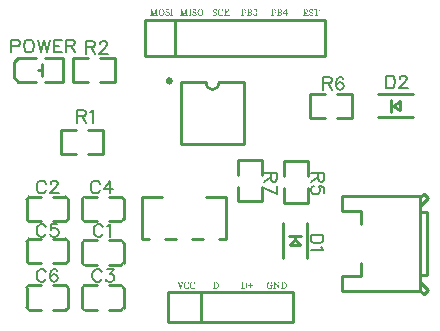
<source format=gto>
G04 Layer: TopSilkLayer*
G04 EasyEDA v6.3.53, 2020-06-11T19:48:03+08:00*
G04 f0918c685c5a4818851a522c051890eb,45e1048b23574a55a66a4e5d38cdb7dd,10*
G04 Gerber Generator version 0.2*
G04 Scale: 100 percent, Rotated: No, Reflected: No *
G04 Dimensions in inches *
G04 leading zeros omitted , absolute positions ,2 integer and 4 decimal *
%FSLAX24Y24*%
%MOIN*%
G90*
G70D02*

%ADD10C,0.010000*%
%ADD29C,0.006000*%

%LPD*%
G54D10*
G01X1374Y8399D02*
G01X1984Y8399D01*
G01X1984Y9199D01*
G01X1374Y9199D01*
G01X1064Y8389D02*
G01X484Y8389D01*
G01X324Y8549D01*
G01X324Y9049D01*
G01X474Y9199D01*
G01X1074Y9199D01*
G01X1278Y8996D02*
G01X1278Y8603D01*
G01X1239Y8800D02*
G01X1133Y8800D01*
G01X9632Y1400D02*
G01X9632Y400D01*
G01X5467Y1400D02*
G01X9632Y1400D01*
G01X6559Y1400D02*
G01X6559Y400D01*
G01X5467Y400D02*
G01X9632Y400D01*
G01X5467Y1400D02*
G01X5467Y400D01*
G01X2403Y6801D02*
G01X1911Y6801D01*
G01X2403Y5998D02*
G01X1911Y5998D01*
G01X2796Y6801D02*
G01X3288Y6801D01*
G01X2796Y5998D02*
G01X3288Y5998D01*
G01X1911Y6801D02*
G01X1911Y5998D01*
G01X3288Y6801D02*
G01X3288Y5998D01*
G01X10126Y5246D02*
G01X10126Y5738D01*
G01X9323Y5246D02*
G01X9323Y5738D01*
G01X10126Y4853D02*
G01X10126Y4361D01*
G01X9323Y4853D02*
G01X9323Y4361D01*
G01X10126Y5738D02*
G01X9323Y5738D01*
G01X10126Y4361D02*
G01X9323Y4361D01*
G01X10703Y8001D02*
G01X10211Y8001D01*
G01X10703Y7198D02*
G01X10211Y7198D01*
G01X11096Y8001D02*
G01X11588Y8001D01*
G01X11096Y7198D02*
G01X11588Y7198D01*
G01X10211Y8001D02*
G01X10211Y7198D01*
G01X11588Y8001D02*
G01X11588Y7198D01*
G01X6162Y8389D02*
G01X5906Y8389D01*
G01X6721Y8389D02*
G01X6162Y8389D01*
G01X7737Y8389D02*
G01X7186Y8389D01*
G01X7989Y8389D02*
G01X7989Y6314D01*
G01X5906Y6314D01*
G01X5906Y8389D01*
G01X7737Y8389D02*
G01X7989Y8389D01*
G01X9700Y3169D02*
G01X9860Y2940D01*
G01X9860Y2940D02*
G01X9539Y2940D01*
G01X9539Y2940D02*
G01X9700Y3169D01*
G01X10093Y3690D02*
G01X10093Y2509D01*
G01X9306Y2509D02*
G01X9306Y3690D01*
G01X9900Y3259D02*
G01X9500Y3259D01*
G01X12980Y7600D02*
G01X13210Y7759D01*
G01X13210Y7759D02*
G01X13210Y7440D01*
G01X13210Y7440D02*
G01X12980Y7600D01*
G01X12459Y7993D02*
G01X13640Y7993D01*
G01X13640Y7206D02*
G01X12459Y7206D01*
G01X12889Y7800D02*
G01X12889Y7400D01*
G01X3988Y3014D02*
G01X3988Y2385D01*
G01X2611Y3014D02*
G01X2611Y2385D01*
G01X3496Y2290D02*
G01X3910Y2290D01*
G01X3496Y3109D02*
G01X3910Y3109D01*
G01X3103Y2290D02*
G01X2689Y2290D01*
G01X3103Y3109D02*
G01X2689Y3109D01*
G01X2611Y3022D02*
G01X2611Y3014D01*
G01X2611Y3030D02*
G01X2611Y3014D01*
G01X2611Y2369D02*
G01X2611Y2385D01*
G01X3988Y3030D02*
G01X3988Y3014D01*
G01X3988Y2369D02*
G01X3988Y2385D01*
G01X2138Y4464D02*
G01X2138Y3835D01*
G01X761Y4464D02*
G01X761Y3835D01*
G01X1646Y3740D02*
G01X2060Y3740D01*
G01X1646Y4559D02*
G01X2060Y4559D01*
G01X1253Y3740D02*
G01X839Y3740D01*
G01X1253Y4559D02*
G01X839Y4559D01*
G01X761Y4472D02*
G01X761Y4464D01*
G01X761Y4480D02*
G01X761Y4464D01*
G01X761Y3819D02*
G01X761Y3835D01*
G01X2138Y4480D02*
G01X2138Y4464D01*
G01X2138Y3819D02*
G01X2138Y3835D01*
G01X3988Y1514D02*
G01X3988Y885D01*
G01X2611Y1514D02*
G01X2611Y885D01*
G01X3496Y790D02*
G01X3910Y790D01*
G01X3496Y1609D02*
G01X3910Y1609D01*
G01X3103Y790D02*
G01X2689Y790D01*
G01X3103Y1609D02*
G01X2689Y1609D01*
G01X2611Y1522D02*
G01X2611Y1514D01*
G01X2611Y1530D02*
G01X2611Y1514D01*
G01X2611Y869D02*
G01X2611Y885D01*
G01X3988Y1530D02*
G01X3988Y1514D01*
G01X3988Y869D02*
G01X3988Y885D01*
G01X3988Y4464D02*
G01X3988Y3835D01*
G01X2611Y4464D02*
G01X2611Y3835D01*
G01X3496Y3740D02*
G01X3910Y3740D01*
G01X3496Y4559D02*
G01X3910Y4559D01*
G01X3103Y3740D02*
G01X2689Y3740D01*
G01X3103Y4559D02*
G01X2689Y4559D01*
G01X2611Y4472D02*
G01X2611Y4464D01*
G01X2611Y4480D02*
G01X2611Y4464D01*
G01X2611Y3819D02*
G01X2611Y3835D01*
G01X3988Y4480D02*
G01X3988Y4464D01*
G01X3988Y3819D02*
G01X3988Y3835D01*
G01X2138Y3064D02*
G01X2138Y2435D01*
G01X761Y3064D02*
G01X761Y2435D01*
G01X1646Y2340D02*
G01X2060Y2340D01*
G01X1646Y3159D02*
G01X2060Y3159D01*
G01X1253Y2340D02*
G01X839Y2340D01*
G01X1253Y3159D02*
G01X839Y3159D01*
G01X761Y3072D02*
G01X761Y3064D01*
G01X761Y3080D02*
G01X761Y3064D01*
G01X761Y2419D02*
G01X761Y2435D01*
G01X2138Y3080D02*
G01X2138Y3064D01*
G01X2138Y2419D02*
G01X2138Y2435D01*
G01X2138Y1514D02*
G01X2138Y885D01*
G01X761Y1514D02*
G01X761Y885D01*
G01X1646Y790D02*
G01X2060Y790D01*
G01X1646Y1609D02*
G01X2060Y1609D01*
G01X1253Y790D02*
G01X839Y790D01*
G01X1253Y1609D02*
G01X839Y1609D01*
G01X761Y1522D02*
G01X761Y1514D01*
G01X761Y1530D02*
G01X761Y1514D01*
G01X761Y869D02*
G01X761Y885D01*
G01X2138Y1530D02*
G01X2138Y1514D01*
G01X2138Y869D02*
G01X2138Y885D01*
G01X4700Y10450D02*
G01X10700Y10450D01*
G01X4700Y10450D02*
G01X4700Y9250D01*
G01X10700Y9250D01*
G01X10700Y10450D01*
G01X5700Y10450D02*
G01X5700Y9250D01*
G01X11257Y4574D02*
G01X13879Y4574D01*
G01X13879Y4574D02*
G01X13879Y1425D01*
G01X11257Y1421D02*
G01X13879Y1421D01*
G01X11257Y4574D02*
G01X11257Y4082D01*
G01X11257Y1913D02*
G01X11257Y1421D01*
G01X11257Y1917D02*
G01X11907Y1917D01*
G01X11257Y4082D02*
G01X11907Y4082D01*
G01X11907Y3653D02*
G01X11907Y4082D01*
G01X11907Y1917D02*
G01X11907Y2346D01*
G01X13869Y1436D02*
G01X13991Y1315D01*
G01X14133Y1456D01*
G01X13881Y1708D01*
G01X13875Y4539D02*
G01X13997Y4661D01*
G01X14139Y4519D01*
G01X13887Y4267D01*
G01X13881Y1956D02*
G01X14113Y1956D01*
G01X14113Y4043D01*
G01X13881Y4043D01*
G01X4602Y4558D02*
G01X4602Y3141D01*
G01X7397Y4558D02*
G01X7397Y3141D01*
G01X7397Y4558D02*
G01X6734Y4558D01*
G01X5265Y4558D02*
G01X4602Y4558D01*
G01X7397Y3141D02*
G01X7167Y3141D01*
G01X6643Y3141D02*
G01X6261Y3141D01*
G01X5738Y3141D02*
G01X5356Y3141D01*
G01X4832Y3141D02*
G01X4602Y3141D01*
G01X8601Y5296D02*
G01X8601Y5788D01*
G01X7798Y5296D02*
G01X7798Y5788D01*
G01X8601Y4903D02*
G01X8601Y4411D01*
G01X7798Y4903D02*
G01X7798Y4411D01*
G01X8601Y5788D02*
G01X7798Y5788D01*
G01X8601Y4411D02*
G01X7798Y4411D01*
G01X3196Y8398D02*
G01X3688Y8398D01*
G01X3196Y9201D02*
G01X3688Y9201D01*
G01X2803Y8398D02*
G01X2311Y8398D01*
G01X2803Y9201D02*
G01X2311Y9201D01*
G01X3688Y8398D02*
G01X3688Y9201D01*
G01X2311Y8398D02*
G01X2311Y9201D01*

%LPD*%
G36*
G01X10518Y10819D02*
G01X10339Y10819D01*
G01X10335Y10761D01*
G01X10352Y10761D01*
G01X10361Y10805D01*
G01X10413Y10805D01*
G01X10413Y10761D01*
G01X10414Y10739D01*
G01X10414Y10679D01*
G01X10413Y10657D01*
G01X10413Y10615D01*
G01X10378Y10611D01*
G01X10378Y10600D01*
G01X10477Y10600D01*
G01X10477Y10611D01*
G01X10443Y10615D01*
G01X10443Y10805D01*
G01X10496Y10805D01*
G01X10505Y10761D01*
G01X10521Y10761D01*
G01X10518Y10819D01*
G37*

%LPD*%
G36*
G01X10056Y10819D02*
G01X9964Y10819D01*
G01X9964Y10809D01*
G01X9994Y10805D01*
G01X9995Y10783D01*
G01X9995Y10761D01*
G01X9996Y10739D01*
G01X9996Y10679D01*
G01X9995Y10657D01*
G01X9995Y10636D01*
G01X9994Y10615D01*
G01X9964Y10611D01*
G01X9964Y10600D01*
G01X10056Y10600D01*
G01X10056Y10611D01*
G01X10026Y10615D01*
G01X10026Y10703D01*
G01X10043Y10703D01*
G01X10060Y10701D01*
G01X10073Y10696D01*
G01X10081Y10686D01*
G01X10088Y10669D01*
G01X10102Y10617D01*
G01X10105Y10607D01*
G01X10111Y10601D01*
G01X10121Y10598D01*
G01X10135Y10596D01*
G01X10142Y10597D01*
G01X10148Y10597D01*
G01X10154Y10598D01*
G01X10160Y10600D01*
G01X10160Y10611D01*
G01X10134Y10613D01*
G01X10118Y10665D01*
G01X10112Y10681D01*
G01X10103Y10693D01*
G01X10093Y10701D01*
G01X10080Y10707D01*
G01X10104Y10714D01*
G01X10121Y10726D01*
G01X10132Y10743D01*
G01X10135Y10761D01*
G01X10130Y10786D01*
G01X10115Y10804D01*
G01X10090Y10816D01*
G01X10056Y10819D01*
G37*

%LPC*%
G36*
G01X10055Y10807D02*
G01X10026Y10807D01*
G01X10026Y10715D01*
G01X10052Y10715D01*
G01X10075Y10718D01*
G01X10092Y10728D01*
G01X10101Y10743D01*
G01X10105Y10763D01*
G01X10102Y10781D01*
G01X10093Y10795D01*
G01X10077Y10803D01*
G01X10055Y10807D01*
G37*

%LPD*%
G36*
G01X10271Y10823D02*
G01X10255Y10825D01*
G01X10226Y10821D01*
G01X10203Y10809D01*
G01X10187Y10790D01*
G01X10181Y10765D01*
G01X10186Y10742D01*
G01X10197Y10724D01*
G01X10215Y10710D01*
G01X10239Y10698D01*
G01X10251Y10694D01*
G01X10270Y10685D01*
G01X10283Y10675D01*
G01X10290Y10664D01*
G01X10293Y10651D01*
G01X10289Y10633D01*
G01X10278Y10620D01*
G01X10261Y10612D01*
G01X10239Y10609D01*
G01X10221Y10611D01*
G01X10213Y10614D01*
G01X10206Y10617D01*
G01X10197Y10659D01*
G01X10180Y10659D01*
G01X10177Y10613D01*
G01X10190Y10605D01*
G01X10206Y10600D01*
G01X10223Y10596D01*
G01X10242Y10594D01*
G01X10273Y10599D01*
G01X10298Y10611D01*
G01X10314Y10631D01*
G01X10319Y10657D01*
G01X10316Y10678D01*
G01X10306Y10696D01*
G01X10287Y10710D01*
G01X10260Y10723D01*
G01X10246Y10728D01*
G01X10230Y10736D01*
G01X10218Y10746D01*
G01X10211Y10757D01*
G01X10209Y10771D01*
G01X10212Y10788D01*
G01X10222Y10800D01*
G01X10236Y10808D01*
G01X10255Y10811D01*
G01X10262Y10810D01*
G01X10268Y10809D01*
G01X10275Y10807D01*
G01X10281Y10803D01*
G01X10289Y10765D01*
G01X10306Y10765D01*
G01X10309Y10807D01*
G01X10297Y10814D01*
G01X10285Y10820D01*
G01X10271Y10823D01*
G37*

%LPD*%

%LPD*%
G36*
G01X9421Y10823D02*
G01X9402Y10823D01*
G01X9305Y10684D01*
G01X9305Y10667D01*
G01X9393Y10667D01*
G01X9393Y10600D01*
G01X9421Y10600D01*
G01X9421Y10667D01*
G01X9455Y10667D01*
G01X9455Y10688D01*
G01X9421Y10688D01*
G01X9421Y10823D01*
G37*

%LPC*%
G36*
G01X9393Y10688D02*
G01X9393Y10792D01*
G01X9322Y10688D01*
G01X9393Y10688D01*
G37*

%LPD*%
G36*
G01X9198Y10819D02*
G01X9105Y10819D01*
G01X9105Y10809D01*
G01X9135Y10805D01*
G01X9135Y10615D01*
G01X9105Y10611D01*
G01X9105Y10600D01*
G01X9194Y10600D01*
G01X9235Y10605D01*
G01X9262Y10618D01*
G01X9277Y10638D01*
G01X9281Y10659D01*
G01X9278Y10679D01*
G01X9267Y10695D01*
G01X9247Y10707D01*
G01X9218Y10715D01*
G01X9242Y10722D01*
G01X9258Y10734D01*
G01X9268Y10749D01*
G01X9271Y10765D01*
G01X9266Y10788D01*
G01X9252Y10805D01*
G01X9230Y10815D01*
G01X9198Y10819D01*
G37*

%LPC*%
G36*
G01X9185Y10707D02*
G01X9165Y10707D01*
G01X9165Y10682D01*
G01X9166Y10658D01*
G01X9166Y10635D01*
G01X9167Y10613D01*
G01X9189Y10613D01*
G01X9215Y10616D01*
G01X9235Y10625D01*
G01X9247Y10640D01*
G01X9251Y10659D01*
G01X9247Y10680D01*
G01X9235Y10695D01*
G01X9214Y10703D01*
G01X9185Y10707D01*
G37*
G36*
G01X9189Y10807D02*
G01X9167Y10807D01*
G01X9166Y10785D01*
G01X9166Y10764D01*
G01X9165Y10742D01*
G01X9165Y10721D01*
G01X9184Y10721D01*
G01X9209Y10723D01*
G01X9227Y10731D01*
G01X9237Y10745D01*
G01X9240Y10765D01*
G01X9238Y10784D01*
G01X9228Y10797D01*
G01X9212Y10804D01*
G01X9189Y10807D01*
G37*

%LPD*%
G36*
G01X9002Y10819D02*
G01X8914Y10819D01*
G01X8914Y10809D01*
G01X8944Y10805D01*
G01X8945Y10783D01*
G01X8945Y10761D01*
G01X8946Y10739D01*
G01X8946Y10679D01*
G01X8945Y10657D01*
G01X8945Y10636D01*
G01X8944Y10615D01*
G01X8914Y10611D01*
G01X8914Y10600D01*
G01X9007Y10600D01*
G01X9007Y10611D01*
G01X8977Y10615D01*
G01X8976Y10633D01*
G01X8976Y10688D01*
G01X8993Y10688D01*
G01X9035Y10693D01*
G01X9064Y10707D01*
G01X9080Y10728D01*
G01X9085Y10755D01*
G01X9080Y10781D01*
G01X9064Y10802D01*
G01X9039Y10815D01*
G01X9002Y10819D01*
G37*

%LPC*%
G36*
G01X8997Y10807D02*
G01X8977Y10807D01*
G01X8976Y10784D01*
G01X8976Y10701D01*
G01X8997Y10701D01*
G01X9023Y10705D01*
G01X9041Y10715D01*
G01X9051Y10732D01*
G01X9055Y10755D01*
G01X9051Y10776D01*
G01X9041Y10793D01*
G01X9023Y10803D01*
G01X8997Y10807D01*
G37*

%LPD*%

%LPD*%
G36*
G01X8198Y10819D02*
G01X8105Y10819D01*
G01X8105Y10809D01*
G01X8135Y10805D01*
G01X8135Y10615D01*
G01X8105Y10611D01*
G01X8105Y10600D01*
G01X8194Y10600D01*
G01X8235Y10605D01*
G01X8262Y10618D01*
G01X8277Y10638D01*
G01X8281Y10659D01*
G01X8278Y10679D01*
G01X8267Y10695D01*
G01X8247Y10707D01*
G01X8218Y10715D01*
G01X8242Y10722D01*
G01X8258Y10734D01*
G01X8268Y10749D01*
G01X8271Y10765D01*
G01X8266Y10788D01*
G01X8252Y10805D01*
G01X8230Y10815D01*
G01X8198Y10819D01*
G37*

%LPC*%
G36*
G01X8185Y10707D02*
G01X8165Y10707D01*
G01X8165Y10682D01*
G01X8166Y10658D01*
G01X8166Y10635D01*
G01X8167Y10613D01*
G01X8189Y10613D01*
G01X8215Y10616D01*
G01X8235Y10625D01*
G01X8247Y10640D01*
G01X8251Y10659D01*
G01X8247Y10680D01*
G01X8235Y10695D01*
G01X8214Y10703D01*
G01X8185Y10707D01*
G37*
G36*
G01X8189Y10807D02*
G01X8167Y10807D01*
G01X8166Y10785D01*
G01X8166Y10764D01*
G01X8165Y10742D01*
G01X8165Y10721D01*
G01X8184Y10721D01*
G01X8209Y10723D01*
G01X8227Y10731D01*
G01X8237Y10745D01*
G01X8240Y10765D01*
G01X8238Y10784D01*
G01X8228Y10797D01*
G01X8212Y10804D01*
G01X8189Y10807D01*
G37*

%LPD*%
G36*
G01X8002Y10819D02*
G01X7914Y10819D01*
G01X7914Y10809D01*
G01X7944Y10805D01*
G01X7945Y10783D01*
G01X7945Y10761D01*
G01X7946Y10739D01*
G01X7946Y10679D01*
G01X7945Y10657D01*
G01X7945Y10636D01*
G01X7944Y10615D01*
G01X7914Y10611D01*
G01X7914Y10600D01*
G01X8007Y10600D01*
G01X8007Y10611D01*
G01X7977Y10615D01*
G01X7976Y10633D01*
G01X7976Y10688D01*
G01X7993Y10688D01*
G01X8035Y10693D01*
G01X8064Y10707D01*
G01X8080Y10728D01*
G01X8085Y10755D01*
G01X8080Y10781D01*
G01X8064Y10802D01*
G01X8039Y10815D01*
G01X8002Y10819D01*
G37*

%LPC*%
G36*
G01X7997Y10807D02*
G01X7977Y10807D01*
G01X7976Y10784D01*
G01X7976Y10701D01*
G01X7997Y10701D01*
G01X8023Y10705D01*
G01X8041Y10715D01*
G01X8051Y10732D01*
G01X8055Y10755D01*
G01X8051Y10776D01*
G01X8041Y10793D01*
G01X8023Y10803D01*
G01X7997Y10807D01*
G37*

%LPD*%
G36*
G01X8403Y10820D02*
G01X8377Y10823D01*
G01X8356Y10821D01*
G01X8338Y10813D01*
G01X8323Y10800D01*
G01X8315Y10782D01*
G01X8318Y10776D01*
G01X8322Y10773D01*
G01X8327Y10771D01*
G01X8331Y10771D01*
G01X8338Y10772D01*
G01X8343Y10775D01*
G01X8347Y10782D01*
G01X8350Y10790D01*
G01X8356Y10809D01*
G01X8360Y10810D01*
G01X8364Y10810D01*
G01X8368Y10811D01*
G01X8372Y10811D01*
G01X8388Y10808D01*
G01X8401Y10800D01*
G01X8409Y10787D01*
G01X8411Y10769D01*
G01X8408Y10749D01*
G01X8399Y10735D01*
G01X8384Y10726D01*
G01X8364Y10723D01*
G01X8352Y10723D01*
G01X8352Y10709D01*
G01X8367Y10709D01*
G01X8389Y10705D01*
G01X8405Y10695D01*
G01X8414Y10679D01*
G01X8418Y10659D01*
G01X8414Y10638D01*
G01X8405Y10622D01*
G01X8389Y10611D01*
G01X8368Y10607D01*
G01X8364Y10608D01*
G01X8359Y10608D01*
G01X8354Y10609D01*
G01X8350Y10611D01*
G01X8343Y10630D01*
G01X8340Y10639D01*
G01X8337Y10646D01*
G01X8332Y10650D01*
G01X8326Y10651D01*
G01X8321Y10651D01*
G01X8316Y10649D01*
G01X8313Y10646D01*
G01X8310Y10640D01*
G01X8317Y10620D01*
G01X8331Y10606D01*
G01X8350Y10598D01*
G01X8372Y10596D01*
G01X8403Y10600D01*
G01X8426Y10613D01*
G01X8441Y10633D01*
G01X8447Y10657D01*
G01X8443Y10678D01*
G01X8434Y10695D01*
G01X8417Y10708D01*
G01X8393Y10715D01*
G01X8413Y10724D01*
G01X8428Y10737D01*
G01X8436Y10752D01*
G01X8439Y10771D01*
G01X8435Y10792D01*
G01X8423Y10809D01*
G01X8403Y10820D01*
G37*

%LPD*%

%LPD*%
G36*
G01X7432Y10819D02*
G01X7340Y10819D01*
G01X7340Y10809D01*
G01X7372Y10805D01*
G01X7372Y10615D01*
G01X7340Y10611D01*
G01X7340Y10600D01*
G01X7432Y10600D01*
G01X7432Y10611D01*
G01X7402Y10615D01*
G01X7402Y10676D01*
G01X7434Y10715D01*
G01X7489Y10615D01*
G01X7460Y10611D01*
G01X7460Y10600D01*
G01X7544Y10600D01*
G01X7544Y10611D01*
G01X7519Y10613D01*
G01X7452Y10736D01*
G01X7507Y10805D01*
G01X7539Y10809D01*
G01X7539Y10819D01*
G01X7464Y10819D01*
G01X7464Y10809D01*
G01X7489Y10803D01*
G01X7402Y10694D01*
G01X7402Y10805D01*
G01X7432Y10809D01*
G01X7432Y10819D01*
G37*

%LPD*%
G36*
G01X7260Y10824D02*
G01X7246Y10825D01*
G01X7222Y10822D01*
G01X7201Y10816D01*
G01X7182Y10806D01*
G01X7166Y10792D01*
G01X7153Y10775D01*
G01X7143Y10756D01*
G01X7137Y10734D01*
G01X7135Y10709D01*
G01X7136Y10685D01*
G01X7143Y10663D01*
G01X7152Y10643D01*
G01X7165Y10626D01*
G01X7181Y10613D01*
G01X7200Y10603D01*
G01X7222Y10597D01*
G01X7246Y10594D01*
G01X7280Y10598D01*
G01X7296Y10603D01*
G01X7311Y10611D01*
G01X7313Y10659D01*
G01X7294Y10659D01*
G01X7286Y10617D01*
G01X7277Y10614D01*
G01X7267Y10611D01*
G01X7258Y10610D01*
G01X7248Y10609D01*
G01X7231Y10611D01*
G01X7216Y10616D01*
G01X7202Y10624D01*
G01X7191Y10635D01*
G01X7181Y10649D01*
G01X7174Y10666D01*
G01X7170Y10686D01*
G01X7168Y10709D01*
G01X7170Y10733D01*
G01X7175Y10753D01*
G01X7182Y10771D01*
G01X7192Y10785D01*
G01X7204Y10796D01*
G01X7218Y10804D01*
G01X7233Y10809D01*
G01X7250Y10811D01*
G01X7258Y10810D01*
G01X7266Y10808D01*
G01X7275Y10806D01*
G01X7284Y10803D01*
G01X7292Y10761D01*
G01X7310Y10761D01*
G01X7309Y10809D01*
G01X7293Y10816D01*
G01X7276Y10821D01*
G01X7260Y10824D01*
G37*

%LPD*%
G36*
G01X7056Y10823D02*
G01X7040Y10825D01*
G01X7012Y10821D01*
G01X6989Y10809D01*
G01X6973Y10790D01*
G01X6968Y10765D01*
G01X6972Y10742D01*
G01X6983Y10724D01*
G01X7001Y10710D01*
G01X7025Y10698D01*
G01X7036Y10694D01*
G01X7055Y10685D01*
G01X7068Y10675D01*
G01X7075Y10664D01*
G01X7077Y10651D01*
G01X7074Y10633D01*
G01X7064Y10620D01*
G01X7047Y10612D01*
G01X7026Y10609D01*
G01X7016Y10610D01*
G01X7007Y10611D01*
G01X6999Y10614D01*
G01X6990Y10617D01*
G01X6982Y10659D01*
G01X6965Y10659D01*
G01X6964Y10613D01*
G01X6976Y10605D01*
G01X6992Y10600D01*
G01X7009Y10596D01*
G01X7027Y10594D01*
G01X7059Y10599D01*
G01X7083Y10611D01*
G01X7099Y10631D01*
G01X7105Y10657D01*
G01X7101Y10678D01*
G01X7091Y10696D01*
G01X7072Y10710D01*
G01X7044Y10723D01*
G01X7031Y10728D01*
G01X7016Y10736D01*
G01X7004Y10746D01*
G01X6997Y10757D01*
G01X6994Y10771D01*
G01X6998Y10788D01*
G01X7008Y10800D01*
G01X7022Y10808D01*
G01X7040Y10811D01*
G01X7048Y10810D01*
G01X7054Y10809D01*
G01X7061Y10807D01*
G01X7068Y10803D01*
G01X7076Y10765D01*
G01X7093Y10765D01*
G01X7094Y10807D01*
G01X7083Y10814D01*
G01X7071Y10820D01*
G01X7056Y10823D01*
G37*

%LPD*%

%LPD*%
G36*
G01X6252Y10819D02*
G01X6160Y10819D01*
G01X6160Y10809D01*
G01X6190Y10805D01*
G01X6191Y10783D01*
G01X6191Y10761D01*
G01X6192Y10739D01*
G01X6192Y10679D01*
G01X6191Y10657D01*
G01X6191Y10636D01*
G01X6190Y10615D01*
G01X6160Y10611D01*
G01X6160Y10600D01*
G01X6252Y10600D01*
G01X6252Y10611D01*
G01X6222Y10615D01*
G01X6222Y10805D01*
G01X6252Y10809D01*
G01X6252Y10819D01*
G37*

%LPD*%
G36*
G01X5922Y10819D02*
G01X5863Y10819D01*
G01X5863Y10809D01*
G01X5893Y10805D01*
G01X5892Y10615D01*
G01X5863Y10611D01*
G01X5863Y10600D01*
G01X5935Y10600D01*
G01X5935Y10611D01*
G01X5907Y10615D01*
G01X5907Y10727D01*
G01X5906Y10743D01*
G01X5906Y10788D01*
G01X5982Y10600D01*
G01X5997Y10600D01*
G01X6071Y10788D01*
G01X6069Y10701D01*
G01X6069Y10615D01*
G01X6040Y10611D01*
G01X6040Y10600D01*
G01X6131Y10600D01*
G01X6131Y10611D01*
G01X6101Y10615D01*
G01X6100Y10636D01*
G01X6100Y10783D01*
G01X6101Y10805D01*
G01X6131Y10809D01*
G01X6131Y10819D01*
G01X6068Y10819D01*
G01X5997Y10636D01*
G01X5922Y10819D01*
G37*

%LPD*%
G36*
G01X6572Y10823D02*
G01X6552Y10825D01*
G01X6534Y10823D01*
G01X6515Y10817D01*
G01X6498Y10807D01*
G01X6483Y10794D01*
G01X6471Y10778D01*
G01X6461Y10758D01*
G01X6455Y10735D01*
G01X6452Y10709D01*
G01X6455Y10683D01*
G01X6461Y10660D01*
G01X6471Y10640D01*
G01X6483Y10624D01*
G01X6498Y10611D01*
G01X6515Y10602D01*
G01X6533Y10596D01*
G01X6552Y10594D01*
G01X6572Y10596D01*
G01X6590Y10602D01*
G01X6607Y10612D01*
G01X6622Y10625D01*
G01X6635Y10642D01*
G01X6644Y10661D01*
G01X6650Y10684D01*
G01X6652Y10709D01*
G01X6650Y10736D01*
G01X6644Y10759D01*
G01X6634Y10778D01*
G01X6622Y10795D01*
G01X6606Y10808D01*
G01X6590Y10817D01*
G01X6572Y10823D01*
G37*

%LPC*%
G36*
G01X6568Y10808D02*
G01X6552Y10811D01*
G01X6536Y10808D01*
G01X6523Y10802D01*
G01X6511Y10792D01*
G01X6502Y10780D01*
G01X6495Y10764D01*
G01X6490Y10747D01*
G01X6488Y10729D01*
G01X6486Y10709D01*
G01X6488Y10690D01*
G01X6490Y10672D01*
G01X6495Y10655D01*
G01X6502Y10640D01*
G01X6511Y10627D01*
G01X6523Y10617D01*
G01X6536Y10611D01*
G01X6552Y10609D01*
G01X6568Y10611D01*
G01X6582Y10617D01*
G01X6593Y10627D01*
G01X6603Y10640D01*
G01X6610Y10655D01*
G01X6615Y10672D01*
G01X6618Y10690D01*
G01X6618Y10729D01*
G01X6615Y10747D01*
G01X6610Y10764D01*
G01X6603Y10780D01*
G01X6593Y10792D01*
G01X6582Y10802D01*
G01X6568Y10808D01*
G37*

%LPD*%
G36*
G01X6374Y10823D02*
G01X6359Y10825D01*
G01X6330Y10821D01*
G01X6307Y10809D01*
G01X6291Y10790D01*
G01X6285Y10765D01*
G01X6289Y10742D01*
G01X6301Y10724D01*
G01X6319Y10710D01*
G01X6343Y10698D01*
G01X6355Y10694D01*
G01X6373Y10685D01*
G01X6386Y10675D01*
G01X6393Y10664D01*
G01X6396Y10651D01*
G01X6392Y10633D01*
G01X6381Y10620D01*
G01X6365Y10612D01*
G01X6343Y10609D01*
G01X6325Y10611D01*
G01X6309Y10617D01*
G01X6301Y10659D01*
G01X6284Y10659D01*
G01X6281Y10613D01*
G01X6294Y10605D01*
G01X6310Y10600D01*
G01X6327Y10596D01*
G01X6346Y10594D01*
G01X6377Y10599D01*
G01X6401Y10611D01*
G01X6417Y10631D01*
G01X6422Y10657D01*
G01X6419Y10678D01*
G01X6409Y10696D01*
G01X6390Y10710D01*
G01X6363Y10723D01*
G01X6350Y10728D01*
G01X6334Y10736D01*
G01X6322Y10746D01*
G01X6315Y10757D01*
G01X6313Y10771D01*
G01X6316Y10788D01*
G01X6325Y10800D01*
G01X6340Y10808D01*
G01X6359Y10811D01*
G01X6366Y10810D01*
G01X6372Y10809D01*
G01X6379Y10807D01*
G01X6385Y10803D01*
G01X6393Y10765D01*
G01X6410Y10765D01*
G01X6413Y10807D01*
G01X6401Y10814D01*
G01X6389Y10820D01*
G01X6374Y10823D01*
G37*

%LPD*%

%LPD*%
G36*
G01X5644Y10819D02*
G01X5551Y10819D01*
G01X5551Y10809D01*
G01X5582Y10805D01*
G01X5582Y10615D01*
G01X5551Y10611D01*
G01X5551Y10600D01*
G01X5644Y10600D01*
G01X5644Y10611D01*
G01X5613Y10615D01*
G01X5613Y10805D01*
G01X5644Y10809D01*
G01X5644Y10819D01*
G37*

%LPD*%
G36*
G01X4923Y10819D02*
G01X4863Y10819D01*
G01X4863Y10809D01*
G01X4892Y10805D01*
G01X4892Y10615D01*
G01X4863Y10611D01*
G01X4863Y10600D01*
G01X4936Y10600D01*
G01X4936Y10611D01*
G01X4907Y10615D01*
G01X4907Y10743D01*
G01X4906Y10765D01*
G01X4905Y10788D01*
G01X4982Y10600D01*
G01X4996Y10600D01*
G01X5071Y10788D01*
G01X5069Y10701D01*
G01X5069Y10615D01*
G01X5040Y10611D01*
G01X5040Y10600D01*
G01X5130Y10600D01*
G01X5130Y10611D01*
G01X5101Y10615D01*
G01X5100Y10636D01*
G01X5100Y10783D01*
G01X5101Y10805D01*
G01X5130Y10809D01*
G01X5130Y10819D01*
G01X5067Y10819D01*
G01X4996Y10636D01*
G01X4923Y10819D01*
G37*

%LPD*%
G36*
G01X5477Y10823D02*
G01X5461Y10825D01*
G01X5432Y10821D01*
G01X5409Y10809D01*
G01X5394Y10790D01*
G01X5388Y10765D01*
G01X5392Y10742D01*
G01X5404Y10724D01*
G01X5421Y10710D01*
G01X5444Y10698D01*
G01X5457Y10694D01*
G01X5476Y10685D01*
G01X5489Y10675D01*
G01X5496Y10664D01*
G01X5498Y10651D01*
G01X5495Y10633D01*
G01X5484Y10620D01*
G01X5467Y10612D01*
G01X5446Y10609D01*
G01X5436Y10610D01*
G01X5427Y10611D01*
G01X5411Y10617D01*
G01X5403Y10659D01*
G01X5386Y10659D01*
G01X5384Y10613D01*
G01X5397Y10605D01*
G01X5413Y10600D01*
G01X5430Y10596D01*
G01X5448Y10594D01*
G01X5480Y10599D01*
G01X5504Y10611D01*
G01X5520Y10631D01*
G01X5526Y10657D01*
G01X5522Y10678D01*
G01X5512Y10696D01*
G01X5494Y10710D01*
G01X5465Y10723D01*
G01X5453Y10728D01*
G01X5436Y10736D01*
G01X5425Y10746D01*
G01X5418Y10757D01*
G01X5415Y10771D01*
G01X5419Y10788D01*
G01X5428Y10800D01*
G01X5442Y10808D01*
G01X5461Y10811D01*
G01X5475Y10809D01*
G01X5482Y10807D01*
G01X5488Y10803D01*
G01X5496Y10765D01*
G01X5513Y10765D01*
G01X5515Y10807D01*
G01X5504Y10814D01*
G01X5491Y10820D01*
G01X5477Y10823D01*
G37*

%LPD*%
G36*
G01X5273Y10823D02*
G01X5255Y10825D01*
G01X5235Y10823D01*
G01X5217Y10817D01*
G01X5200Y10807D01*
G01X5185Y10794D01*
G01X5173Y10778D01*
G01X5163Y10758D01*
G01X5157Y10735D01*
G01X5155Y10709D01*
G01X5157Y10683D01*
G01X5163Y10660D01*
G01X5173Y10640D01*
G01X5185Y10624D01*
G01X5200Y10611D01*
G01X5217Y10602D01*
G01X5235Y10596D01*
G01X5255Y10594D01*
G01X5274Y10596D01*
G01X5292Y10602D01*
G01X5309Y10612D01*
G01X5324Y10625D01*
G01X5336Y10642D01*
G01X5346Y10661D01*
G01X5352Y10684D01*
G01X5355Y10709D01*
G01X5352Y10736D01*
G01X5346Y10759D01*
G01X5336Y10778D01*
G01X5324Y10795D01*
G01X5309Y10808D01*
G01X5292Y10817D01*
G01X5273Y10823D01*
G37*

%LPC*%
G36*
G01X5271Y10808D02*
G01X5255Y10811D01*
G01X5238Y10808D01*
G01X5225Y10802D01*
G01X5213Y10792D01*
G01X5204Y10780D01*
G01X5196Y10764D01*
G01X5192Y10747D01*
G01X5188Y10729D01*
G01X5188Y10690D01*
G01X5192Y10672D01*
G01X5196Y10655D01*
G01X5204Y10640D01*
G01X5213Y10627D01*
G01X5225Y10617D01*
G01X5238Y10611D01*
G01X5255Y10609D01*
G01X5271Y10611D01*
G01X5284Y10617D01*
G01X5296Y10627D01*
G01X5305Y10640D01*
G01X5312Y10655D01*
G01X5317Y10672D01*
G01X5319Y10690D01*
G01X5321Y10709D01*
G01X5319Y10729D01*
G01X5317Y10747D01*
G01X5312Y10764D01*
G01X5305Y10780D01*
G01X5296Y10792D01*
G01X5284Y10802D01*
G01X5271Y10808D01*
G37*

%LPD*%

%LPD*%
G36*
G01X9322Y1719D02*
G01X9227Y1719D01*
G01X9227Y1709D01*
G01X9257Y1705D01*
G01X9257Y1515D01*
G01X9227Y1511D01*
G01X9227Y1500D01*
G01X9317Y1500D01*
G01X9340Y1501D01*
G01X9361Y1507D01*
G01X9381Y1515D01*
G01X9397Y1528D01*
G01X9411Y1544D01*
G01X9421Y1562D01*
G01X9427Y1584D01*
G01X9430Y1609D01*
G01X9427Y1635D01*
G01X9422Y1657D01*
G01X9413Y1676D01*
G01X9400Y1691D01*
G01X9385Y1703D01*
G01X9366Y1712D01*
G01X9346Y1718D01*
G01X9322Y1719D01*
G37*

%LPC*%
G36*
G01X9318Y1707D02*
G01X9289Y1707D01*
G01X9288Y1684D01*
G01X9288Y1535D01*
G01X9289Y1513D01*
G01X9314Y1513D01*
G01X9333Y1514D01*
G01X9349Y1519D01*
G01X9363Y1527D01*
G01X9375Y1538D01*
G01X9384Y1552D01*
G01X9390Y1569D01*
G01X9394Y1588D01*
G01X9396Y1609D01*
G01X9394Y1632D01*
G01X9390Y1651D01*
G01X9384Y1668D01*
G01X9375Y1682D01*
G01X9364Y1692D01*
G01X9350Y1700D01*
G01X9335Y1705D01*
G01X9318Y1707D01*
G37*

%LPD*%
G36*
G01X9039Y1719D02*
G01X8988Y1719D01*
G01X8988Y1709D01*
G01X9011Y1705D01*
G01X9014Y1701D01*
G01X9014Y1515D01*
G01X8986Y1511D01*
G01X8986Y1500D01*
G01X9064Y1500D01*
G01X9064Y1511D01*
G01X9028Y1515D01*
G01X9028Y1682D01*
G01X9163Y1498D01*
G01X9173Y1498D01*
G01X9175Y1705D01*
G01X9202Y1709D01*
G01X9202Y1719D01*
G01X9125Y1719D01*
G01X9125Y1709D01*
G01X9160Y1703D01*
G01X9160Y1551D01*
G01X9039Y1719D01*
G37*

%LPD*%
G36*
G01X8897Y1723D02*
G01X8877Y1725D01*
G01X8854Y1722D01*
G01X8832Y1716D01*
G01X8813Y1706D01*
G01X8797Y1692D01*
G01X8784Y1675D01*
G01X8774Y1656D01*
G01X8768Y1634D01*
G01X8765Y1609D01*
G01X8768Y1585D01*
G01X8773Y1563D01*
G01X8783Y1544D01*
G01X8796Y1527D01*
G01X8812Y1513D01*
G01X8831Y1503D01*
G01X8853Y1497D01*
G01X8877Y1494D01*
G01X8896Y1496D01*
G01X8914Y1500D01*
G01X8931Y1505D01*
G01X8947Y1513D01*
G01X8947Y1528D01*
G01X8948Y1545D01*
G01X8948Y1590D01*
G01X8968Y1592D01*
G01X8968Y1605D01*
G01X8884Y1605D01*
G01X8884Y1592D01*
G01X8918Y1590D01*
G01X8918Y1515D01*
G01X8910Y1513D01*
G01X8900Y1511D01*
G01X8891Y1510D01*
G01X8881Y1509D01*
G01X8864Y1511D01*
G01X8847Y1516D01*
G01X8834Y1525D01*
G01X8822Y1536D01*
G01X8812Y1550D01*
G01X8805Y1567D01*
G01X8801Y1587D01*
G01X8800Y1609D01*
G01X8801Y1632D01*
G01X8806Y1652D01*
G01X8813Y1669D01*
G01X8822Y1684D01*
G01X8834Y1696D01*
G01X8848Y1704D01*
G01X8864Y1709D01*
G01X8881Y1711D01*
G01X8891Y1710D01*
G01X8900Y1708D01*
G01X8909Y1705D01*
G01X8918Y1701D01*
G01X8926Y1659D01*
G01X8943Y1659D01*
G01X8943Y1709D01*
G01X8929Y1716D01*
G01X8914Y1721D01*
G01X8897Y1723D01*
G37*

%LPD*%

%LPD*%
G36*
G01X8228Y1688D02*
G01X8211Y1688D01*
G01X8211Y1615D01*
G01X8143Y1615D01*
G01X8143Y1601D01*
G01X8211Y1601D01*
G01X8211Y1526D01*
G01X8228Y1526D01*
G01X8228Y1601D01*
G01X8297Y1601D01*
G01X8297Y1615D01*
G01X8228Y1615D01*
G01X8228Y1688D01*
G37*

%LPD*%
G36*
G01X8010Y1719D02*
G01X7914Y1719D01*
G01X7914Y1709D01*
G01X7944Y1705D01*
G01X7945Y1683D01*
G01X7945Y1661D01*
G01X7946Y1639D01*
G01X7946Y1581D01*
G01X7945Y1558D01*
G01X7945Y1536D01*
G01X7944Y1515D01*
G01X7914Y1511D01*
G01X7914Y1500D01*
G01X8003Y1500D01*
G01X8027Y1501D01*
G01X8049Y1507D01*
G01X8068Y1515D01*
G01X8085Y1528D01*
G01X8098Y1544D01*
G01X8108Y1562D01*
G01X8114Y1584D01*
G01X8117Y1609D01*
G01X8114Y1635D01*
G01X8109Y1657D01*
G01X8100Y1676D01*
G01X8087Y1691D01*
G01X8072Y1703D01*
G01X8053Y1712D01*
G01X8032Y1718D01*
G01X8010Y1719D01*
G37*

%LPC*%
G36*
G01X8005Y1707D02*
G01X7976Y1707D01*
G01X7976Y1513D01*
G01X8002Y1513D01*
G01X8020Y1514D01*
G01X8036Y1519D01*
G01X8051Y1527D01*
G01X8062Y1538D01*
G01X8071Y1552D01*
G01X8077Y1569D01*
G01X8081Y1588D01*
G01X8082Y1609D01*
G01X8081Y1632D01*
G01X8077Y1651D01*
G01X8071Y1668D01*
G01X8062Y1682D01*
G01X8051Y1692D01*
G01X8038Y1700D01*
G01X8022Y1705D01*
G01X8005Y1707D01*
G37*

%LPD*%

%LPD*%
G36*
G01X7272Y1592D02*
G01X7196Y1592D01*
G01X7196Y1573D01*
G01X7272Y1573D01*
G01X7272Y1592D01*
G37*

%LPD*%
G36*
G01X7060Y1719D02*
G01X6964Y1719D01*
G01X6964Y1709D01*
G01X6994Y1705D01*
G01X6995Y1683D01*
G01X6995Y1661D01*
G01X6996Y1639D01*
G01X6996Y1581D01*
G01X6995Y1558D01*
G01X6995Y1536D01*
G01X6994Y1515D01*
G01X6964Y1511D01*
G01X6964Y1500D01*
G01X7053Y1500D01*
G01X7077Y1501D01*
G01X7099Y1507D01*
G01X7118Y1515D01*
G01X7135Y1528D01*
G01X7148Y1544D01*
G01X7158Y1562D01*
G01X7164Y1584D01*
G01X7167Y1609D01*
G01X7164Y1635D01*
G01X7159Y1657D01*
G01X7150Y1676D01*
G01X7137Y1691D01*
G01X7122Y1703D01*
G01X7103Y1712D01*
G01X7082Y1718D01*
G01X7060Y1719D01*
G37*

%LPC*%
G36*
G01X7055Y1707D02*
G01X7026Y1707D01*
G01X7026Y1513D01*
G01X7052Y1513D01*
G01X7070Y1514D01*
G01X7086Y1519D01*
G01X7101Y1527D01*
G01X7112Y1538D01*
G01X7121Y1552D01*
G01X7127Y1569D01*
G01X7131Y1588D01*
G01X7132Y1609D01*
G01X7131Y1632D01*
G01X7127Y1651D01*
G01X7121Y1668D01*
G01X7112Y1682D01*
G01X7101Y1692D01*
G01X7088Y1700D01*
G01X7072Y1705D01*
G01X7055Y1707D01*
G37*

%LPD*%

%LPD*%
G36*
G01X5863Y1719D02*
G01X5774Y1719D01*
G01X5774Y1709D01*
G01X5799Y1705D01*
G01X5876Y1498D01*
G01X5890Y1498D01*
G01X5959Y1705D01*
G01X5987Y1709D01*
G01X5987Y1719D01*
G01X5912Y1719D01*
G01X5912Y1707D01*
G01X5942Y1703D01*
G01X5889Y1538D01*
G01X5831Y1705D01*
G01X5863Y1707D01*
G01X5863Y1719D01*
G37*

%LPD*%
G36*
G01X6325Y1724D02*
G01X6310Y1725D01*
G01X6287Y1722D01*
G01X6266Y1716D01*
G01X6247Y1706D01*
G01X6231Y1692D01*
G01X6217Y1675D01*
G01X6207Y1656D01*
G01X6201Y1634D01*
G01X6199Y1609D01*
G01X6201Y1585D01*
G01X6207Y1563D01*
G01X6217Y1543D01*
G01X6230Y1526D01*
G01X6246Y1513D01*
G01X6265Y1503D01*
G01X6286Y1497D01*
G01X6310Y1494D01*
G01X6328Y1496D01*
G01X6344Y1498D01*
G01X6361Y1503D01*
G01X6376Y1511D01*
G01X6377Y1559D01*
G01X6359Y1559D01*
G01X6351Y1517D01*
G01X6341Y1514D01*
G01X6332Y1511D01*
G01X6322Y1510D01*
G01X6313Y1509D01*
G01X6296Y1511D01*
G01X6281Y1516D01*
G01X6267Y1524D01*
G01X6256Y1535D01*
G01X6246Y1549D01*
G01X6239Y1566D01*
G01X6235Y1586D01*
G01X6233Y1609D01*
G01X6235Y1633D01*
G01X6239Y1653D01*
G01X6247Y1671D01*
G01X6257Y1685D01*
G01X6269Y1696D01*
G01X6282Y1704D01*
G01X6298Y1709D01*
G01X6314Y1711D01*
G01X6322Y1710D01*
G01X6331Y1708D01*
G01X6339Y1706D01*
G01X6348Y1703D01*
G01X6356Y1661D01*
G01X6374Y1661D01*
G01X6373Y1709D01*
G01X6356Y1716D01*
G01X6340Y1721D01*
G01X6325Y1724D01*
G37*

%LPD*%
G36*
G01X6118Y1724D02*
G01X6103Y1725D01*
G01X6080Y1722D01*
G01X6058Y1716D01*
G01X6039Y1706D01*
G01X6023Y1692D01*
G01X6009Y1675D01*
G01X5999Y1656D01*
G01X5993Y1634D01*
G01X5991Y1609D01*
G01X5993Y1585D01*
G01X5999Y1563D01*
G01X6009Y1543D01*
G01X6022Y1526D01*
G01X6038Y1513D01*
G01X6057Y1503D01*
G01X6079Y1497D01*
G01X6103Y1494D01*
G01X6137Y1498D01*
G01X6153Y1503D01*
G01X6168Y1511D01*
G01X6169Y1559D01*
G01X6151Y1559D01*
G01X6143Y1517D01*
G01X6133Y1514D01*
G01X6124Y1511D01*
G01X6114Y1510D01*
G01X6105Y1509D01*
G01X6088Y1511D01*
G01X6073Y1516D01*
G01X6059Y1524D01*
G01X6047Y1535D01*
G01X6038Y1549D01*
G01X6031Y1566D01*
G01X6027Y1586D01*
G01X6025Y1609D01*
G01X6027Y1633D01*
G01X6031Y1653D01*
G01X6039Y1671D01*
G01X6049Y1685D01*
G01X6061Y1696D01*
G01X6074Y1704D01*
G01X6090Y1709D01*
G01X6106Y1711D01*
G01X6114Y1710D01*
G01X6132Y1706D01*
G01X6140Y1703D01*
G01X6148Y1661D01*
G01X6166Y1661D01*
G01X6165Y1709D01*
G01X6149Y1716D01*
G01X6133Y1721D01*
G01X6118Y1724D01*
G37*

%LPD*%
G54D29*
G01X250Y9803D02*
G01X250Y9375D01*
G01X250Y9803D02*
G01X434Y9803D01*
G01X494Y9784D01*
G01X515Y9763D01*
G01X536Y9721D01*
G01X536Y9661D01*
G01X515Y9619D01*
G01X494Y9600D01*
G01X434Y9578D01*
G01X250Y9578D01*
G01X794Y9803D02*
G01X753Y9784D01*
G01X711Y9742D01*
G01X692Y9701D01*
G01X671Y9640D01*
G01X671Y9538D01*
G01X692Y9476D01*
G01X711Y9436D01*
G01X753Y9394D01*
G01X794Y9375D01*
G01X876Y9375D01*
G01X917Y9394D01*
G01X957Y9436D01*
G01X978Y9476D01*
G01X998Y9538D01*
G01X998Y9640D01*
G01X978Y9701D01*
G01X957Y9742D01*
G01X917Y9784D01*
G01X876Y9803D01*
G01X794Y9803D01*
G01X1134Y9803D02*
G01X1236Y9375D01*
G01X1338Y9803D02*
G01X1236Y9375D01*
G01X1338Y9803D02*
G01X1440Y9375D01*
G01X1542Y9803D02*
G01X1440Y9375D01*
G01X1678Y9803D02*
G01X1678Y9375D01*
G01X1678Y9803D02*
G01X1944Y9803D01*
G01X1678Y9600D02*
G01X1840Y9600D01*
G01X1678Y9375D02*
G01X1944Y9375D01*
G01X2078Y9803D02*
G01X2078Y9375D01*
G01X2078Y9803D02*
G01X2263Y9803D01*
G01X2323Y9784D01*
G01X2344Y9763D01*
G01X2365Y9721D01*
G01X2365Y9680D01*
G01X2344Y9640D01*
G01X2323Y9619D01*
G01X2263Y9600D01*
G01X2078Y9600D01*
G01X2221Y9600D02*
G01X2365Y9375D01*
G01X2450Y7453D02*
G01X2450Y7025D01*
G01X2450Y7453D02*
G01X2634Y7453D01*
G01X2694Y7434D01*
G01X2715Y7413D01*
G01X2736Y7371D01*
G01X2736Y7330D01*
G01X2715Y7290D01*
G01X2694Y7269D01*
G01X2634Y7250D01*
G01X2450Y7250D01*
G01X2592Y7250D02*
G01X2736Y7025D01*
G01X2871Y7371D02*
G01X2911Y7392D01*
G01X2973Y7453D01*
G01X2973Y7025D01*
G01X10678Y5350D02*
G01X10250Y5350D01*
G01X10678Y5350D02*
G01X10678Y5165D01*
G01X10659Y5105D01*
G01X10638Y5084D01*
G01X10597Y5063D01*
G01X10556Y5063D01*
G01X10514Y5084D01*
G01X10494Y5105D01*
G01X10475Y5165D01*
G01X10475Y5350D01*
G01X10475Y5207D02*
G01X10250Y5063D01*
G01X10678Y4682D02*
G01X10678Y4888D01*
G01X10494Y4907D01*
G01X10514Y4888D01*
G01X10535Y4826D01*
G01X10535Y4765D01*
G01X10514Y4703D01*
G01X10475Y4663D01*
G01X10413Y4642D01*
G01X10372Y4642D01*
G01X10310Y4663D01*
G01X10269Y4703D01*
G01X10250Y4765D01*
G01X10250Y4826D01*
G01X10269Y4888D01*
G01X10289Y4907D01*
G01X10331Y4928D01*
G01X10650Y8553D02*
G01X10650Y8125D01*
G01X10650Y8553D02*
G01X10834Y8553D01*
G01X10894Y8534D01*
G01X10915Y8513D01*
G01X10935Y8471D01*
G01X10935Y8430D01*
G01X10915Y8390D01*
G01X10894Y8369D01*
G01X10834Y8350D01*
G01X10650Y8350D01*
G01X10793Y8350D02*
G01X10935Y8125D01*
G01X11317Y8492D02*
G01X11296Y8534D01*
G01X11235Y8553D01*
G01X11193Y8553D01*
G01X11132Y8534D01*
G01X11092Y8471D01*
G01X11071Y8369D01*
G01X11071Y8267D01*
G01X11092Y8186D01*
G01X11132Y8144D01*
G01X11193Y8125D01*
G01X11214Y8125D01*
G01X11276Y8144D01*
G01X11317Y8186D01*
G01X11336Y8246D01*
G01X11336Y8267D01*
G01X11317Y8328D01*
G01X11276Y8369D01*
G01X11214Y8390D01*
G01X11193Y8390D01*
G01X11132Y8369D01*
G01X11092Y8328D01*
G01X11071Y8267D01*
G01X10653Y3300D02*
G01X10225Y3300D01*
G01X10653Y3300D02*
G01X10653Y3157D01*
G01X10634Y3094D01*
G01X10593Y3055D01*
G01X10552Y3034D01*
G01X10489Y3013D01*
G01X10388Y3013D01*
G01X10327Y3034D01*
G01X10285Y3055D01*
G01X10244Y3094D01*
G01X10225Y3157D01*
G01X10225Y3300D01*
G01X10572Y2878D02*
G01X10593Y2838D01*
G01X10653Y2776D01*
G01X10225Y2776D01*
G01X12750Y8603D02*
G01X12750Y8175D01*
G01X12750Y8603D02*
G01X12893Y8603D01*
G01X12955Y8584D01*
G01X12994Y8542D01*
G01X13015Y8501D01*
G01X13035Y8440D01*
G01X13035Y8338D01*
G01X13015Y8276D01*
G01X12994Y8236D01*
G01X12955Y8194D01*
G01X12893Y8175D01*
G01X12750Y8175D01*
G01X13192Y8501D02*
G01X13192Y8521D01*
G01X13211Y8563D01*
G01X13232Y8584D01*
G01X13273Y8603D01*
G01X13355Y8603D01*
G01X13396Y8584D01*
G01X13417Y8563D01*
G01X13436Y8521D01*
G01X13436Y8480D01*
G01X13417Y8440D01*
G01X13376Y8378D01*
G01X13171Y8175D01*
G01X13457Y8175D01*
G01X3307Y3551D02*
G01X3286Y3592D01*
G01X3244Y3634D01*
G01X3205Y3653D01*
G01X3123Y3653D01*
G01X3082Y3634D01*
G01X3040Y3592D01*
G01X3019Y3551D01*
G01X3000Y3490D01*
G01X3000Y3388D01*
G01X3019Y3326D01*
G01X3040Y3286D01*
G01X3082Y3244D01*
G01X3123Y3225D01*
G01X3205Y3225D01*
G01X3244Y3244D01*
G01X3286Y3286D01*
G01X3307Y3326D01*
G01X3442Y3571D02*
G01X3482Y3592D01*
G01X3544Y3653D01*
G01X3544Y3225D01*
G01X1407Y5001D02*
G01X1386Y5042D01*
G01X1344Y5084D01*
G01X1305Y5103D01*
G01X1223Y5103D01*
G01X1182Y5084D01*
G01X1140Y5042D01*
G01X1119Y5001D01*
G01X1100Y4940D01*
G01X1100Y4838D01*
G01X1119Y4776D01*
G01X1140Y4736D01*
G01X1182Y4694D01*
G01X1223Y4675D01*
G01X1305Y4675D01*
G01X1344Y4694D01*
G01X1386Y4736D01*
G01X1407Y4776D01*
G01X1561Y5001D02*
G01X1561Y5021D01*
G01X1582Y5063D01*
G01X1603Y5084D01*
G01X1644Y5103D01*
G01X1726Y5103D01*
G01X1767Y5084D01*
G01X1786Y5063D01*
G01X1807Y5021D01*
G01X1807Y4980D01*
G01X1786Y4940D01*
G01X1746Y4878D01*
G01X1542Y4675D01*
G01X1828Y4675D01*
G01X3257Y2051D02*
G01X3236Y2092D01*
G01X3194Y2134D01*
G01X3155Y2153D01*
G01X3073Y2153D01*
G01X3032Y2134D01*
G01X2990Y2092D01*
G01X2969Y2051D01*
G01X2950Y1990D01*
G01X2950Y1888D01*
G01X2969Y1826D01*
G01X2990Y1786D01*
G01X3032Y1744D01*
G01X3073Y1725D01*
G01X3155Y1725D01*
G01X3194Y1744D01*
G01X3236Y1786D01*
G01X3257Y1826D01*
G01X3432Y2153D02*
G01X3657Y2153D01*
G01X3534Y1990D01*
G01X3596Y1990D01*
G01X3636Y1969D01*
G01X3657Y1950D01*
G01X3678Y1888D01*
G01X3678Y1846D01*
G01X3657Y1786D01*
G01X3617Y1744D01*
G01X3555Y1725D01*
G01X3494Y1725D01*
G01X3432Y1744D01*
G01X3411Y1765D01*
G01X3392Y1805D01*
G01X3207Y5001D02*
G01X3186Y5042D01*
G01X3144Y5084D01*
G01X3105Y5103D01*
G01X3023Y5103D01*
G01X2982Y5084D01*
G01X2940Y5042D01*
G01X2919Y5001D01*
G01X2900Y4940D01*
G01X2900Y4838D01*
G01X2919Y4776D01*
G01X2940Y4736D01*
G01X2982Y4694D01*
G01X3023Y4675D01*
G01X3105Y4675D01*
G01X3144Y4694D01*
G01X3186Y4736D01*
G01X3207Y4776D01*
G01X3546Y5103D02*
G01X3342Y4817D01*
G01X3648Y4817D01*
G01X3546Y5103D02*
G01X3546Y4675D01*
G01X1407Y3551D02*
G01X1386Y3592D01*
G01X1344Y3634D01*
G01X1305Y3653D01*
G01X1223Y3653D01*
G01X1182Y3634D01*
G01X1140Y3592D01*
G01X1119Y3551D01*
G01X1100Y3490D01*
G01X1100Y3388D01*
G01X1119Y3326D01*
G01X1140Y3286D01*
G01X1182Y3244D01*
G01X1223Y3225D01*
G01X1305Y3225D01*
G01X1344Y3244D01*
G01X1386Y3286D01*
G01X1407Y3326D01*
G01X1786Y3653D02*
G01X1582Y3653D01*
G01X1561Y3469D01*
G01X1582Y3490D01*
G01X1644Y3511D01*
G01X1705Y3511D01*
G01X1767Y3490D01*
G01X1807Y3450D01*
G01X1828Y3388D01*
G01X1828Y3346D01*
G01X1807Y3286D01*
G01X1767Y3244D01*
G01X1705Y3225D01*
G01X1644Y3225D01*
G01X1582Y3244D01*
G01X1561Y3265D01*
G01X1542Y3305D01*
G01X1407Y2051D02*
G01X1386Y2092D01*
G01X1344Y2134D01*
G01X1305Y2153D01*
G01X1223Y2153D01*
G01X1182Y2134D01*
G01X1140Y2092D01*
G01X1119Y2051D01*
G01X1100Y1990D01*
G01X1100Y1888D01*
G01X1119Y1826D01*
G01X1140Y1786D01*
G01X1182Y1744D01*
G01X1223Y1725D01*
G01X1305Y1725D01*
G01X1344Y1744D01*
G01X1386Y1786D01*
G01X1407Y1826D01*
G01X1786Y2092D02*
G01X1767Y2134D01*
G01X1705Y2153D01*
G01X1665Y2153D01*
G01X1603Y2134D01*
G01X1561Y2071D01*
G01X1542Y1969D01*
G01X1542Y1867D01*
G01X1561Y1786D01*
G01X1603Y1744D01*
G01X1665Y1725D01*
G01X1684Y1725D01*
G01X1746Y1744D01*
G01X1786Y1786D01*
G01X1807Y1846D01*
G01X1807Y1867D01*
G01X1786Y1928D01*
G01X1746Y1969D01*
G01X1684Y1990D01*
G01X1665Y1990D01*
G01X1603Y1969D01*
G01X1561Y1928D01*
G01X1542Y1867D01*
G01X9103Y5350D02*
G01X8675Y5350D01*
G01X9103Y5350D02*
G01X9103Y5165D01*
G01X9084Y5105D01*
G01X9063Y5084D01*
G01X9022Y5063D01*
G01X8981Y5063D01*
G01X8939Y5084D01*
G01X8919Y5105D01*
G01X8900Y5165D01*
G01X8900Y5350D01*
G01X8900Y5207D02*
G01X8675Y5063D01*
G01X9103Y4642D02*
G01X8675Y4846D01*
G01X9103Y4928D02*
G01X9103Y4642D01*
G01X2750Y9753D02*
G01X2750Y9324D01*
G01X2750Y9753D02*
G01X2934Y9753D01*
G01X2995Y9733D01*
G01X3016Y9712D01*
G01X3036Y9671D01*
G01X3036Y9630D01*
G01X3016Y9589D01*
G01X2995Y9569D01*
G01X2934Y9549D01*
G01X2750Y9549D01*
G01X2893Y9549D02*
G01X3036Y9324D01*
G01X3192Y9651D02*
G01X3192Y9671D01*
G01X3212Y9712D01*
G01X3233Y9733D01*
G01X3274Y9753D01*
G01X3355Y9753D01*
G01X3396Y9733D01*
G01X3417Y9712D01*
G01X3437Y9671D01*
G01X3437Y9630D01*
G01X3417Y9589D01*
G01X3376Y9528D01*
G01X3171Y9324D01*
G01X3458Y9324D01*
G54D10*
G75*
G01X7186Y8385D02*
G02X6722Y8385I-232J-17D01*
G01*
G75*
G01X2690Y3109D02*
G03X2611Y3031I0J-78D01*
G01*
G75*
G01X2690Y2291D02*
G02X2611Y2369I0J78D01*
G01*
G75*
G01X3910Y3109D02*
G02X3989Y3031I0J-78D01*
G01*
G75*
G01X3910Y2291D02*
G03X3989Y2369I0J78D01*
G01*
G75*
G01X840Y4559D02*
G03X761Y4481I0J-78D01*
G01*
G75*
G01X840Y3741D02*
G02X761Y3819I0J78D01*
G01*
G75*
G01X2060Y4559D02*
G02X2139Y4481I0J-78D01*
G01*
G75*
G01X2060Y3741D02*
G03X2139Y3819I0J78D01*
G01*
G75*
G01X2690Y1609D02*
G03X2611Y1531I0J-78D01*
G01*
G75*
G01X2690Y791D02*
G02X2611Y869I0J78D01*
G01*
G75*
G01X3910Y1609D02*
G02X3989Y1531I0J-78D01*
G01*
G75*
G01X3910Y791D02*
G03X3989Y869I0J78D01*
G01*
G75*
G01X2690Y4559D02*
G03X2611Y4481I0J-78D01*
G01*
G75*
G01X2690Y3741D02*
G02X2611Y3819I0J78D01*
G01*
G75*
G01X3910Y4559D02*
G02X3989Y4481I0J-78D01*
G01*
G75*
G01X3910Y3741D02*
G03X3989Y3819I0J78D01*
G01*
G75*
G01X840Y3159D02*
G03X761Y3081I0J-78D01*
G01*
G75*
G01X840Y2341D02*
G02X761Y2419I0J78D01*
G01*
G75*
G01X2060Y3159D02*
G02X2139Y3081I0J-78D01*
G01*
G75*
G01X2060Y2341D02*
G03X2139Y2419I0J78D01*
G01*
G75*
G01X840Y1609D02*
G03X761Y1531I0J-78D01*
G01*
G75*
G01X840Y791D02*
G02X761Y869I0J78D01*
G01*
G75*
G01X2060Y1609D02*
G02X2139Y1531I0J-78D01*
G01*
G75*
G01X2060Y791D02*
G03X2139Y869I0J78D01*
G01*
G75*
G01X5588Y8425D02*
G03X5588Y8425I-75J0D01*
G01*
M00*
M02*

</source>
